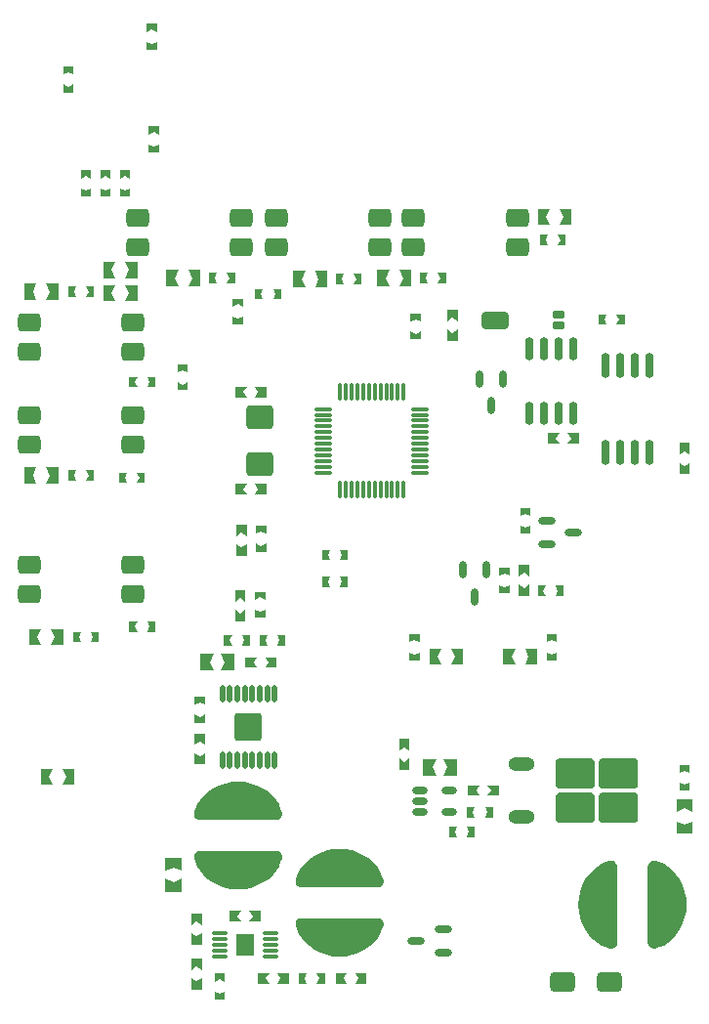
<source format=gtp>
G04*
G04 #@! TF.GenerationSoftware,Altium Limited,Altium Designer,19.1.9 (167)*
G04*
G04 Layer_Color=8421504*
%FSLAX24Y24*%
%MOIN*%
G70*
G01*
G75*
G04:AMPARAMS|DCode=23|XSize=96.5mil|YSize=90.6mil|CornerRadius=9.1mil|HoleSize=0mil|Usage=FLASHONLY|Rotation=90.000|XOffset=0mil|YOffset=0mil|HoleType=Round|Shape=RoundedRectangle|*
%AMROUNDEDRECTD23*
21,1,0.0965,0.0724,0,0,90.0*
21,1,0.0783,0.0906,0,0,90.0*
1,1,0.0181,0.0362,0.0392*
1,1,0.0181,0.0362,-0.0392*
1,1,0.0181,-0.0362,-0.0392*
1,1,0.0181,-0.0362,0.0392*
%
%ADD23ROUNDEDRECTD23*%
%ADD24O,0.0281X0.0591*%
G04:AMPARAMS|DCode=25|XSize=90.6mil|YSize=82.7mil|CornerRadius=12.4mil|HoleSize=0mil|Usage=FLASHONLY|Rotation=0.000|XOffset=0mil|YOffset=0mil|HoleType=Round|Shape=RoundedRectangle|*
%AMROUNDEDRECTD25*
21,1,0.0906,0.0579,0,0,0.0*
21,1,0.0657,0.0827,0,0,0.0*
1,1,0.0248,0.0329,-0.0289*
1,1,0.0248,-0.0329,-0.0289*
1,1,0.0248,-0.0329,0.0289*
1,1,0.0248,0.0329,0.0289*
%
%ADD25ROUNDEDRECTD25*%
%ADD26O,0.0630X0.0118*%
%ADD27O,0.0118X0.0630*%
%ADD28O,0.0177X0.0591*%
%ADD29O,0.0591X0.0281*%
G04:AMPARAMS|DCode=30|XSize=86.6mil|YSize=68.9mil|CornerRadius=17.2mil|HoleSize=0mil|Usage=FLASHONLY|Rotation=0.000|XOffset=0mil|YOffset=0mil|HoleType=Round|Shape=RoundedRectangle|*
%AMROUNDEDRECTD30*
21,1,0.0866,0.0344,0,0,0.0*
21,1,0.0522,0.0689,0,0,0.0*
1,1,0.0344,0.0261,-0.0172*
1,1,0.0344,-0.0261,-0.0172*
1,1,0.0344,-0.0261,0.0172*
1,1,0.0344,0.0261,0.0172*
%
%ADD30ROUNDEDRECTD30*%
%ADD31O,0.0295X0.0800*%
G04:AMPARAMS|DCode=32|XSize=94.5mil|YSize=59.1mil|CornerRadius=14.8mil|HoleSize=0mil|Usage=FLASHONLY|Rotation=180.000|XOffset=0mil|YOffset=0mil|HoleType=Round|Shape=RoundedRectangle|*
%AMROUNDEDRECTD32*
21,1,0.0945,0.0295,0,0,180.0*
21,1,0.0650,0.0591,0,0,180.0*
1,1,0.0295,-0.0325,0.0148*
1,1,0.0295,0.0325,0.0148*
1,1,0.0295,0.0325,-0.0148*
1,1,0.0295,-0.0325,-0.0148*
%
%ADD32ROUNDEDRECTD32*%
G04:AMPARAMS|DCode=33|XSize=43.3mil|YSize=23.6mil|CornerRadius=5.9mil|HoleSize=0mil|Usage=FLASHONLY|Rotation=180.000|XOffset=0mil|YOffset=0mil|HoleType=Round|Shape=RoundedRectangle|*
%AMROUNDEDRECTD33*
21,1,0.0433,0.0118,0,0,180.0*
21,1,0.0315,0.0236,0,0,180.0*
1,1,0.0118,-0.0157,0.0059*
1,1,0.0118,0.0157,0.0059*
1,1,0.0118,0.0157,-0.0059*
1,1,0.0118,-0.0157,-0.0059*
%
%ADD33ROUNDEDRECTD33*%
%ADD34O,0.0531X0.0236*%
%ADD35O,0.0571X0.0118*%
%ADD36R,0.0610X0.0728*%
G04:AMPARAMS|DCode=37|XSize=78.7mil|YSize=63mil|CornerRadius=15.7mil|HoleSize=0mil|Usage=FLASHONLY|Rotation=180.000|XOffset=0mil|YOffset=0mil|HoleType=Round|Shape=RoundedRectangle|*
%AMROUNDEDRECTD37*
21,1,0.0787,0.0315,0,0,180.0*
21,1,0.0472,0.0630,0,0,180.0*
1,1,0.0315,-0.0236,0.0157*
1,1,0.0315,0.0236,0.0157*
1,1,0.0315,0.0236,-0.0157*
1,1,0.0315,-0.0236,-0.0157*
%
%ADD37ROUNDEDRECTD37*%
%ADD38O,0.0295X0.0850*%
%ADD39O,0.0906X0.0454*%
G36*
X29429Y40718D02*
X29252Y40797D01*
X29075Y40718D01*
Y40994D01*
X29429D01*
Y40718D01*
D02*
G37*
G36*
Y40108D02*
X29075D01*
Y40384D01*
X29252Y40305D01*
X29429Y40384D01*
Y40108D01*
D02*
G37*
G36*
X26594Y39262D02*
X26417Y39340D01*
X26240Y39262D01*
Y39537D01*
X26594D01*
Y39262D01*
D02*
G37*
G36*
Y38652D02*
X26240D01*
Y38927D01*
X26417Y38848D01*
X26594Y38927D01*
Y38652D01*
D02*
G37*
G36*
X29508Y37224D02*
X29331Y37303D01*
X29154Y37224D01*
Y37500D01*
X29508D01*
Y37224D01*
D02*
G37*
G36*
Y36614D02*
X29154D01*
Y36890D01*
X29331Y36811D01*
X29508Y36890D01*
Y36614D01*
D02*
G37*
G36*
X27854Y35719D02*
X27677Y35797D01*
X27500Y35719D01*
Y35994D01*
X27854D01*
Y35719D01*
D02*
G37*
G36*
X27185D02*
X27008Y35797D01*
X26831Y35719D01*
Y35994D01*
X27185D01*
Y35719D01*
D02*
G37*
G36*
X28524Y35719D02*
X28346Y35797D01*
X28169Y35719D01*
Y35994D01*
X28524D01*
Y35719D01*
D02*
G37*
G36*
X27854Y35109D02*
X27500D01*
Y35384D01*
X27677Y35305D01*
X27854Y35384D01*
Y35109D01*
D02*
G37*
G36*
X27185D02*
X26831D01*
Y35384D01*
X27008Y35305D01*
X27185Y35384D01*
Y35109D01*
D02*
G37*
G36*
X28524Y35108D02*
X28169D01*
Y35384D01*
X28346Y35305D01*
X28524Y35384D01*
Y35108D01*
D02*
G37*
G36*
X43593Y34134D02*
X43179D01*
X43307Y34409D01*
X43179Y34685D01*
X43593D01*
Y34134D01*
D02*
G37*
G36*
X42717Y34409D02*
X42844Y34134D01*
X42431D01*
Y34685D01*
X42844D01*
X42717Y34409D01*
D02*
G37*
G36*
X43395Y33445D02*
X43120D01*
X43199Y33622D01*
X43120Y33799D01*
X43395D01*
Y33445D01*
D02*
G37*
G36*
X42707Y33622D02*
X42785Y33445D01*
X42510D01*
Y33799D01*
X42785D01*
X42707Y33622D01*
D02*
G37*
G36*
X28770Y32323D02*
X28356D01*
X28484Y32598D01*
X28356Y32874D01*
X28770D01*
Y32323D01*
D02*
G37*
G36*
X27894Y32598D02*
X28022Y32323D01*
X27608D01*
Y32874D01*
X28022D01*
X27894Y32598D01*
D02*
G37*
G36*
X39301Y32146D02*
X39025D01*
X39104Y32323D01*
X39025Y32500D01*
X39301D01*
Y32146D01*
D02*
G37*
G36*
X38612Y32323D02*
X38691Y32146D01*
X38415D01*
Y32500D01*
X38691D01*
X38612Y32323D01*
D02*
G37*
G36*
X32096Y32146D02*
X31821D01*
X31899Y32323D01*
X31821Y32500D01*
X32096D01*
Y32146D01*
D02*
G37*
G36*
X31407Y32323D02*
X31486Y32146D01*
X31211D01*
Y32500D01*
X31486D01*
X31407Y32323D01*
D02*
G37*
G36*
X36427Y32106D02*
X36151D01*
X36230Y32283D01*
X36151Y32461D01*
X36427D01*
Y32106D01*
D02*
G37*
G36*
X35738Y32283D02*
X35817Y32106D01*
X35541D01*
Y32461D01*
X35817D01*
X35738Y32283D01*
D02*
G37*
G36*
X38120Y32047D02*
X37707D01*
X37835Y32323D01*
X37707Y32598D01*
X38120D01*
Y32047D01*
D02*
G37*
G36*
X37244Y32323D02*
X37372Y32047D01*
X36959D01*
Y32598D01*
X37372D01*
X37244Y32323D01*
D02*
G37*
G36*
X30915Y32047D02*
X30502D01*
X30630Y32323D01*
X30502Y32598D01*
X30915D01*
Y32047D01*
D02*
G37*
G36*
X30039Y32323D02*
X30167Y32047D01*
X29754D01*
Y32598D01*
X30167D01*
X30039Y32323D01*
D02*
G37*
G36*
X35246Y32008D02*
X34833D01*
X34961Y32283D01*
X34833Y32559D01*
X35246D01*
Y32008D01*
D02*
G37*
G36*
X34370Y32283D02*
X34498Y32008D01*
X34085D01*
Y32559D01*
X34498D01*
X34370Y32283D01*
D02*
G37*
G36*
X27293Y31673D02*
X27017D01*
X27096Y31850D01*
X27017Y32028D01*
X27293D01*
Y31673D01*
D02*
G37*
G36*
X26604Y31850D02*
X26683Y31673D01*
X26407D01*
Y32028D01*
X26683D01*
X26604Y31850D01*
D02*
G37*
G36*
X33671Y31594D02*
X33396D01*
X33474Y31772D01*
X33396Y31949D01*
X33671D01*
Y31594D01*
D02*
G37*
G36*
X32983Y31772D02*
X33061Y31594D01*
X32786D01*
Y31949D01*
X33061D01*
X32983Y31772D01*
D02*
G37*
G36*
X26073Y31575D02*
X25659D01*
X25787Y31850D01*
X25659Y32126D01*
X26073D01*
Y31575D01*
D02*
G37*
G36*
X25197Y31850D02*
X25325Y31575D01*
X24911D01*
Y32126D01*
X25325D01*
X25197Y31850D01*
D02*
G37*
G36*
X28770Y31535D02*
X28356D01*
X28484Y31811D01*
X28356Y32087D01*
X28770D01*
Y31535D01*
D02*
G37*
G36*
X27894Y31811D02*
X28022Y31535D01*
X27608D01*
Y32087D01*
X28022D01*
X27894Y31811D01*
D02*
G37*
G36*
X32382Y31348D02*
X32205Y31427D01*
X32028Y31348D01*
Y31624D01*
X32382D01*
Y31348D01*
D02*
G37*
G36*
Y30738D02*
X32028D01*
Y31014D01*
X32205Y30935D01*
X32382Y31014D01*
Y30738D01*
D02*
G37*
G36*
X39705Y30846D02*
X39528Y30965D01*
X39350Y30846D01*
Y31240D01*
X39705D01*
Y30846D01*
D02*
G37*
G36*
X38445Y30836D02*
X38268Y30915D01*
X38091Y30836D01*
Y31112D01*
X38445D01*
Y30836D01*
D02*
G37*
G36*
X45404Y30728D02*
X45128D01*
X45207Y30906D01*
X45128Y31083D01*
X45404D01*
Y30728D01*
D02*
G37*
G36*
X44715Y30906D02*
X44794Y30728D01*
X44518D01*
Y31083D01*
X44794D01*
X44715Y30906D01*
D02*
G37*
G36*
X39705Y30177D02*
X39350D01*
Y30571D01*
X39528Y30453D01*
X39705Y30571D01*
Y30177D01*
D02*
G37*
G36*
X38445Y30226D02*
X38091D01*
Y30502D01*
X38268Y30423D01*
X38445Y30502D01*
Y30226D01*
D02*
G37*
G36*
X30492Y29104D02*
X30315Y29183D01*
X30138Y29104D01*
Y29380D01*
X30492D01*
Y29104D01*
D02*
G37*
G36*
Y28494D02*
X30138D01*
Y28770D01*
X30315Y28691D01*
X30492Y28770D01*
Y28494D01*
D02*
G37*
G36*
X29380Y28602D02*
X29104D01*
X29183Y28780D01*
X29104Y28957D01*
X29380D01*
Y28602D01*
D02*
G37*
G36*
X28691Y28780D02*
X28770Y28602D01*
X28494D01*
Y28957D01*
X28770D01*
X28691Y28780D01*
D02*
G37*
G36*
X33169Y28248D02*
X32776D01*
X32894Y28425D01*
X32776Y28602D01*
X33169D01*
Y28248D01*
D02*
G37*
G36*
X32382Y28425D02*
X32500Y28248D01*
X32106D01*
Y28602D01*
X32500D01*
X32382Y28425D01*
D02*
G37*
G36*
X43839Y26673D02*
X43445D01*
X43563Y26850D01*
X43445Y27028D01*
X43839D01*
Y26673D01*
D02*
G37*
G36*
X43051Y26850D02*
X43169Y26673D01*
X42776D01*
Y27028D01*
X43169D01*
X43051Y26850D01*
D02*
G37*
G36*
X47618Y26299D02*
X47441Y26417D01*
X47264Y26299D01*
Y26693D01*
X47618D01*
Y26299D01*
D02*
G37*
G36*
Y25630D02*
X47264D01*
Y26024D01*
X47441Y25906D01*
X47618Y26024D01*
Y25630D01*
D02*
G37*
G36*
X27293Y25413D02*
X27017D01*
X27096Y25591D01*
X27017Y25768D01*
X27293D01*
Y25413D01*
D02*
G37*
G36*
X26604Y25591D02*
X26683Y25413D01*
X26407D01*
Y25768D01*
X26683D01*
X26604Y25591D01*
D02*
G37*
G36*
X29026Y25335D02*
X28750D01*
X28829Y25512D01*
X28750Y25689D01*
X29026D01*
Y25335D01*
D02*
G37*
G36*
X28337Y25512D02*
X28416Y25335D01*
X28140D01*
Y25689D01*
X28416D01*
X28337Y25512D01*
D02*
G37*
G36*
X26073Y25315D02*
X25659D01*
X25787Y25591D01*
X25659Y25866D01*
X26073D01*
Y25315D01*
D02*
G37*
G36*
X25197Y25591D02*
X25325Y25315D01*
X24911D01*
Y25866D01*
X25325D01*
X25197Y25591D01*
D02*
G37*
G36*
X33169Y24941D02*
X32776D01*
X32894Y25118D01*
X32776Y25295D01*
X33169D01*
Y24941D01*
D02*
G37*
G36*
X32382Y25118D02*
X32500Y24941D01*
X32106D01*
Y25295D01*
X32500D01*
X32382Y25118D01*
D02*
G37*
G36*
X42187Y24210D02*
X42010Y24289D01*
X41833Y24210D01*
Y24486D01*
X42187D01*
Y24210D01*
D02*
G37*
G36*
Y23600D02*
X41833D01*
Y23876D01*
X42010Y23797D01*
X42187Y23876D01*
Y23600D01*
D02*
G37*
G36*
X33169Y23592D02*
X32992Y23671D01*
X32815Y23592D01*
Y23868D01*
X33169D01*
Y23592D01*
D02*
G37*
G36*
X32500Y23524D02*
X32323Y23642D01*
X32146Y23524D01*
Y23917D01*
X32500D01*
Y23524D01*
D02*
G37*
G36*
X33169Y22982D02*
X32815D01*
Y23258D01*
X32992Y23179D01*
X33169Y23258D01*
Y22982D01*
D02*
G37*
G36*
X32500Y22854D02*
X32146D01*
Y23248D01*
X32323Y23130D01*
X32500Y23248D01*
Y22854D01*
D02*
G37*
G36*
X35955Y22697D02*
X35679D01*
X35758Y22874D01*
X35679Y23051D01*
X35955D01*
Y22697D01*
D02*
G37*
G36*
X35266Y22874D02*
X35345Y22697D01*
X35069D01*
Y23051D01*
X35345D01*
X35266Y22874D01*
D02*
G37*
G36*
X41476Y22175D02*
X41299Y22254D01*
X41122Y22175D01*
Y22451D01*
X41476D01*
Y22175D01*
D02*
G37*
G36*
X42146Y22146D02*
X41968Y22264D01*
X41791Y22146D01*
Y22539D01*
X42146D01*
Y22146D01*
D02*
G37*
G36*
X35955Y21791D02*
X35679D01*
X35758Y21969D01*
X35679Y22146D01*
X35955D01*
Y21791D01*
D02*
G37*
G36*
X35266Y21969D02*
X35345Y21791D01*
X35069D01*
Y22146D01*
X35345D01*
X35266Y21969D01*
D02*
G37*
G36*
X41476Y21565D02*
X41122D01*
Y21841D01*
X41299Y21762D01*
X41476Y21841D01*
Y21565D01*
D02*
G37*
G36*
X42146Y21476D02*
X41791D01*
Y21870D01*
X41968Y21752D01*
X42146Y21870D01*
Y21476D01*
D02*
G37*
G36*
X43317Y21476D02*
X43041D01*
X43120Y21654D01*
X43041Y21831D01*
X43317D01*
Y21476D01*
D02*
G37*
G36*
X42628Y21654D02*
X42707Y21476D01*
X42431D01*
Y21831D01*
X42707D01*
X42628Y21654D01*
D02*
G37*
G36*
X33130Y21348D02*
X32953Y21427D01*
X32776Y21348D01*
Y21624D01*
X33130D01*
Y21348D01*
D02*
G37*
G36*
X32461Y21280D02*
X32283Y21398D01*
X32106Y21280D01*
Y21673D01*
X32461D01*
Y21280D01*
D02*
G37*
G36*
X33130Y20738D02*
X32776D01*
Y21014D01*
X32953Y20935D01*
X33130Y21014D01*
Y20738D01*
D02*
G37*
G36*
X32461Y20610D02*
X32106D01*
Y21004D01*
X32283Y20886D01*
X32461Y21004D01*
Y20610D01*
D02*
G37*
G36*
X29380Y20256D02*
X29104D01*
X29183Y20433D01*
X29104Y20610D01*
X29380D01*
Y20256D01*
D02*
G37*
G36*
X28691Y20433D02*
X28770Y20256D01*
X28494D01*
Y20610D01*
X28770D01*
X28691Y20433D01*
D02*
G37*
G36*
X27451Y19902D02*
X27175D01*
X27254Y20079D01*
X27175Y20256D01*
X27451D01*
Y19902D01*
D02*
G37*
G36*
X26762Y20079D02*
X26841Y19902D01*
X26565D01*
Y20256D01*
X26841D01*
X26762Y20079D01*
D02*
G37*
G36*
X43091Y19892D02*
X42913Y19970D01*
X42736Y19892D01*
Y20167D01*
X43091D01*
Y19892D01*
D02*
G37*
G36*
X38406D02*
X38228Y19970D01*
X38051Y19892D01*
Y20167D01*
X38406D01*
Y19892D01*
D02*
G37*
G36*
X26230Y19803D02*
X25817D01*
X25945Y20079D01*
X25817Y20354D01*
X26230D01*
Y19803D01*
D02*
G37*
G36*
X25354Y20079D02*
X25482Y19803D01*
X25069D01*
Y20354D01*
X25482D01*
X25354Y20079D01*
D02*
G37*
G36*
X33819Y19783D02*
X33543D01*
X33622Y19961D01*
X33543Y20138D01*
X33819D01*
Y19783D01*
D02*
G37*
G36*
X33130Y19961D02*
X33209Y19783D01*
X32933D01*
Y20138D01*
X33209D01*
X33130Y19961D01*
D02*
G37*
G36*
X32608Y19783D02*
X32333D01*
X32411Y19961D01*
X32333Y20138D01*
X32608D01*
Y19783D01*
D02*
G37*
G36*
X31920Y19961D02*
X31998Y19783D01*
X31723D01*
Y20138D01*
X31998D01*
X31920Y19961D01*
D02*
G37*
G36*
X43091Y19282D02*
X42736D01*
Y19557D01*
X42913Y19478D01*
X43091Y19557D01*
Y19282D01*
D02*
G37*
G36*
X38406D02*
X38051D01*
Y19557D01*
X38228Y19478D01*
X38406Y19557D01*
Y19282D01*
D02*
G37*
G36*
X39892Y19134D02*
X39478D01*
X39606Y19410D01*
X39478Y19685D01*
X39892D01*
Y19134D01*
D02*
G37*
G36*
X39016Y19410D02*
X39144Y19134D01*
X38730D01*
Y19685D01*
X39144D01*
X39016Y19410D01*
D02*
G37*
G36*
X42411Y19134D02*
X41998D01*
X42126Y19409D01*
X41998Y19685D01*
X42411D01*
Y19134D01*
D02*
G37*
G36*
X41535Y19409D02*
X41663Y19134D01*
X41250D01*
Y19685D01*
X41663D01*
X41535Y19409D01*
D02*
G37*
G36*
X33524Y19035D02*
X33130D01*
X33248Y19213D01*
X33130Y19390D01*
X33524D01*
Y19035D01*
D02*
G37*
G36*
X32736Y19213D02*
X32854Y19035D01*
X32461D01*
Y19390D01*
X32854D01*
X32736Y19213D01*
D02*
G37*
G36*
X32077Y18927D02*
X31624D01*
X31752Y19213D01*
X31624Y19498D01*
X32077D01*
Y18927D01*
D02*
G37*
G36*
X31240Y19213D02*
X31368Y18927D01*
X30915D01*
Y19498D01*
X31368D01*
X31240Y19213D01*
D02*
G37*
G36*
X31083Y17766D02*
X30906Y17844D01*
X30728Y17766D01*
Y18041D01*
X31083D01*
Y17766D01*
D02*
G37*
G36*
Y17156D02*
X30728D01*
Y17431D01*
X30906Y17352D01*
X31083Y17431D01*
Y17156D01*
D02*
G37*
G36*
Y16398D02*
X30906Y16516D01*
X30728Y16398D01*
Y16791D01*
X31083D01*
Y16398D01*
D02*
G37*
G36*
X38051Y16201D02*
X37874Y16319D01*
X37697Y16201D01*
Y16594D01*
X38051D01*
Y16201D01*
D02*
G37*
G36*
X31083Y15728D02*
X30728D01*
Y16122D01*
X30906Y16004D01*
X31083Y16122D01*
Y15728D01*
D02*
G37*
G36*
X45799Y15919D02*
X45830Y15888D01*
X45846Y15848D01*
X45846Y15826D01*
X45846Y15826D01*
X45846Y15029D01*
X45846Y15007D01*
X45829Y14967D01*
X45797Y14937D01*
X45757Y14921D01*
X45735Y14921D01*
X45735Y14921D01*
X44635Y14921D01*
X44613Y14922D01*
X44573Y14939D01*
X44543Y14970D01*
X44527Y15011D01*
X44527Y15032D01*
X44527Y15827D01*
Y15837D01*
X44531Y15858D01*
X44539Y15877D01*
X44551Y15895D01*
X44558Y15902D01*
X44558Y15902D01*
X44566Y15910D01*
X44585Y15922D01*
X44605Y15931D01*
X44627Y15935D01*
X44638Y15935D01*
X44638Y15935D01*
X45737Y15935D01*
X45759Y15935D01*
X45799Y15919D01*
D02*
G37*
G36*
X44323D02*
X44353Y15888D01*
X44370Y15848D01*
X44370Y15826D01*
X44370Y15826D01*
X44370Y15029D01*
X44370Y15007D01*
X44352Y14967D01*
X44321Y14937D01*
X44281Y14921D01*
X44259Y14921D01*
X44259Y14921D01*
X43159Y14921D01*
X43137Y14922D01*
X43097Y14939D01*
X43067Y14970D01*
X43051Y15011D01*
X43051Y15032D01*
X43051Y15827D01*
Y15837D01*
X43055Y15858D01*
X43063Y15877D01*
X43075Y15895D01*
X43082Y15902D01*
X43082Y15902D01*
X43090Y15910D01*
X43109Y15922D01*
X43129Y15931D01*
X43151Y15935D01*
X43162Y15935D01*
X43162Y15935D01*
X44261Y15935D01*
X44283Y15935D01*
X44323Y15919D01*
D02*
G37*
G36*
X38051Y15532D02*
X37697D01*
Y15925D01*
X37874Y15807D01*
X38051Y15925D01*
Y15532D01*
D02*
G37*
G36*
X47618Y15443D02*
X47441Y15521D01*
X47264Y15443D01*
Y15718D01*
X47618D01*
Y15443D01*
D02*
G37*
G36*
X39675Y15344D02*
X39222D01*
X39350Y15630D01*
X39222Y15915D01*
X39675D01*
Y15344D01*
D02*
G37*
G36*
X38839Y15630D02*
X38967Y15344D01*
X38514D01*
Y15915D01*
X38967D01*
X38839Y15630D01*
D02*
G37*
G36*
X26624Y15039D02*
X26211D01*
X26339Y15315D01*
X26211Y15591D01*
X26624D01*
Y15039D01*
D02*
G37*
G36*
X25748Y15315D02*
X25876Y15039D01*
X25463D01*
Y15591D01*
X25876D01*
X25748Y15315D01*
D02*
G37*
G36*
X47618Y14833D02*
X47264D01*
Y15108D01*
X47441Y15030D01*
X47618Y15108D01*
Y14833D01*
D02*
G37*
G36*
X45799Y14748D02*
X45830Y14717D01*
X45846Y14677D01*
X45846Y14656D01*
X45846Y14656D01*
X45846Y13859D01*
X45846Y13837D01*
X45829Y13797D01*
X45797Y13766D01*
X45757Y13750D01*
X45735Y13751D01*
X45735Y13751D01*
X44635Y13751D01*
X44613Y13751D01*
X44573Y13768D01*
X44543Y13800D01*
X44527Y13840D01*
X44527Y13862D01*
X44527Y14656D01*
Y14667D01*
X44531Y14687D01*
X44539Y14707D01*
X44551Y14724D01*
X44558Y14731D01*
X44558Y14731D01*
X44566Y14739D01*
X44585Y14752D01*
X44605Y14760D01*
X44627Y14764D01*
X44638Y14764D01*
X44638Y14764D01*
X45737Y14764D01*
X45759Y14764D01*
X45799Y14748D01*
D02*
G37*
G36*
X41122Y14665D02*
X40728D01*
X40846Y14843D01*
X40728Y15020D01*
X41122D01*
Y14665D01*
D02*
G37*
G36*
X40335Y14843D02*
X40453Y14665D01*
X40059D01*
Y15020D01*
X40453D01*
X40335Y14843D01*
D02*
G37*
G36*
X47717Y14124D02*
X47441Y14252D01*
X47165Y14124D01*
Y14537D01*
X47717D01*
Y14124D01*
D02*
G37*
G36*
X40905Y13917D02*
X40630D01*
X40708Y14094D01*
X40630Y14272D01*
X40905D01*
Y13917D01*
D02*
G37*
G36*
X40217Y14094D02*
X40295Y13917D01*
X40020D01*
Y14272D01*
X40295D01*
X40217Y14094D01*
D02*
G37*
G36*
X32427Y15135D02*
X32645Y15090D01*
X32856Y15018D01*
X33055Y14917D01*
X33239Y14792D01*
X33405Y14643D01*
X33407Y14640D01*
X33512Y14514D01*
X33596Y14372D01*
X33658Y14220D01*
X33700Y14085D01*
X33708Y14013D01*
X33689Y13942D01*
X33646Y13882D01*
X33584Y13843D01*
X33512Y13830D01*
X30906D01*
X30832Y13844D01*
X30768Y13884D01*
X30723Y13945D01*
X30703Y14018D01*
X30712Y14093D01*
X30753Y14223D01*
X30813Y14373D01*
X30897Y14513D01*
X31000Y14638D01*
X31005Y14643D01*
X31171Y14792D01*
X31354Y14917D01*
X31553Y15018D01*
X31764Y15090D01*
X31982Y15135D01*
X32205Y15150D01*
X32427Y15135D01*
D02*
G37*
G36*
X43162Y14764D02*
X44262D01*
X44284Y14764D01*
X44324Y14747D01*
X44354Y14715D01*
X44370Y14675D01*
X44370Y14653D01*
X44370Y14653D01*
X44370Y13859D01*
Y13848D01*
X44366Y13828D01*
X44358Y13808D01*
X44346Y13791D01*
X44339Y13783D01*
X44339Y13783D01*
X44331Y13776D01*
X44312Y13763D01*
X44292Y13755D01*
X44270Y13750D01*
X44259Y13750D01*
X44259Y13750D01*
X43159Y13750D01*
X43138Y13750D01*
X43098Y13767D01*
X43067Y13798D01*
X43051Y13837D01*
X43051Y13859D01*
X43051Y13859D01*
X43051Y14656D01*
X43051Y14678D01*
X43068Y14718D01*
X43100Y14748D01*
X43140Y14764D01*
X43162Y14764D01*
D02*
G37*
G36*
X47717Y13376D02*
X47165D01*
Y13789D01*
X47441Y13661D01*
X47717Y13789D01*
Y13376D01*
D02*
G37*
G36*
X40285Y13248D02*
X40010D01*
X40088Y13425D01*
X40010Y13602D01*
X40285D01*
Y13248D01*
D02*
G37*
G36*
X39596Y13425D02*
X39675Y13248D01*
X39400D01*
Y13602D01*
X39675D01*
X39596Y13425D01*
D02*
G37*
G36*
X30285Y12096D02*
X30000Y12224D01*
X29715Y12096D01*
Y12549D01*
X30285D01*
Y12096D01*
D02*
G37*
G36*
Y11388D02*
X29715D01*
Y11841D01*
X30000Y11713D01*
X30285Y11841D01*
Y11388D01*
D02*
G37*
G36*
X35892Y12838D02*
X36110Y12794D01*
X36321Y12721D01*
X36520Y12621D01*
X36703Y12495D01*
X36869Y12346D01*
X36871Y12344D01*
X36977Y12217D01*
X37061Y12076D01*
X37122Y11923D01*
X37164Y11789D01*
X37173Y11716D01*
X37154Y11645D01*
X37110Y11586D01*
X37048Y11547D01*
X36976Y11533D01*
X34370D01*
X34296Y11547D01*
X34232Y11587D01*
X34187Y11648D01*
X34168Y11721D01*
X34177Y11797D01*
X34217Y11926D01*
X34278Y12077D01*
X34361Y12217D01*
X34465Y12342D01*
X34469Y12346D01*
X34635Y12495D01*
X34819Y12621D01*
X35018Y12721D01*
X35229Y12794D01*
X35447Y12838D01*
X35669Y12853D01*
X35892Y12838D01*
D02*
G37*
G36*
X33578Y12771D02*
X33642Y12730D01*
X33687Y12669D01*
X33706Y12596D01*
X33697Y12521D01*
X33657Y12392D01*
X33596Y12241D01*
X33513Y12101D01*
X33409Y11976D01*
X33405Y11971D01*
X33239Y11822D01*
X33055Y11697D01*
X32856Y11597D01*
X32645Y11524D01*
X32427Y11479D01*
X32205Y11465D01*
X31982Y11479D01*
X31764Y11524D01*
X31553Y11597D01*
X31354Y11697D01*
X31171Y11822D01*
X31005Y11971D01*
X31003Y11974D01*
X30897Y12100D01*
X30813Y12242D01*
X30752Y12395D01*
X30710Y12529D01*
X30701Y12602D01*
X30720Y12673D01*
X30764Y12732D01*
X30826Y12771D01*
X30898Y12785D01*
X33504D01*
X33578Y12771D01*
D02*
G37*
G36*
X32972Y10374D02*
X32579D01*
X32697Y10551D01*
X32579Y10728D01*
X32972D01*
Y10374D01*
D02*
G37*
G36*
X32185Y10551D02*
X32303Y10374D01*
X31909D01*
Y10728D01*
X32303D01*
X32185Y10551D01*
D02*
G37*
G36*
X30965Y10256D02*
X30787Y10374D01*
X30610Y10256D01*
Y10650D01*
X30965D01*
Y10256D01*
D02*
G37*
G36*
Y9587D02*
X30610D01*
Y9980D01*
X30787Y9862D01*
X30965Y9980D01*
Y9587D01*
D02*
G37*
G36*
X45035Y12429D02*
X45094Y12386D01*
X45133Y12324D01*
X45147Y12252D01*
Y9646D01*
X45133Y9572D01*
X45092Y9508D01*
X45032Y9463D01*
X44958Y9444D01*
X44883Y9452D01*
X44754Y9493D01*
X44603Y9553D01*
X44463Y9637D01*
X44338Y9741D01*
X44334Y9745D01*
X44185Y9911D01*
X44059Y10095D01*
X43959Y10294D01*
X43886Y10504D01*
X43842Y10723D01*
X43827Y10945D01*
X43842Y11167D01*
X43886Y11386D01*
X43959Y11596D01*
X44059Y11795D01*
X44185Y11979D01*
X44334Y12145D01*
X44336Y12147D01*
X44463Y12252D01*
X44604Y12336D01*
X44757Y12398D01*
X44891Y12440D01*
X44964Y12448D01*
X45035Y12429D01*
D02*
G37*
G36*
X46455Y12437D02*
X46585Y12397D01*
X46736Y12336D01*
X46875Y12253D01*
X47000Y12149D01*
X47005Y12145D01*
X47154Y11979D01*
X47280Y11795D01*
X47380Y11596D01*
X47453Y11386D01*
X47497Y11167D01*
X47512Y10945D01*
X47497Y10723D01*
X47453Y10504D01*
X47380Y10294D01*
X47280Y10095D01*
X47154Y9911D01*
X47005Y9745D01*
X47003Y9743D01*
X46876Y9638D01*
X46735Y9553D01*
X46582Y9492D01*
X46448Y9450D01*
X46375Y9442D01*
X46304Y9460D01*
X46245Y9504D01*
X46205Y9566D01*
X46192Y9638D01*
Y12244D01*
X46206Y12318D01*
X46246Y12382D01*
X46307Y12427D01*
X46380Y12446D01*
X46455Y12437D01*
D02*
G37*
G36*
X37042Y10474D02*
X37106Y10434D01*
X37151Y10373D01*
X37171Y10300D01*
X37162Y10225D01*
X37121Y10095D01*
X37061Y9944D01*
X36977Y9805D01*
X36874Y9680D01*
X36869Y9675D01*
X36703Y9526D01*
X36520Y9400D01*
X36321Y9300D01*
X36110Y9227D01*
X35892Y9183D01*
X35669Y9168D01*
X35447Y9183D01*
X35229Y9227D01*
X35018Y9300D01*
X34819Y9400D01*
X34635Y9526D01*
X34469Y9675D01*
X34467Y9677D01*
X34362Y9804D01*
X34278Y9945D01*
X34216Y10098D01*
X34174Y10232D01*
X34166Y10305D01*
X34185Y10376D01*
X34228Y10435D01*
X34290Y10474D01*
X34362Y10488D01*
X36968D01*
X37042Y10474D01*
D02*
G37*
G36*
X30965Y8720D02*
X30787Y8839D01*
X30610Y8720D01*
Y9114D01*
X30965D01*
Y8720D01*
D02*
G37*
G36*
Y8051D02*
X30610D01*
Y8445D01*
X30787Y8327D01*
X30965Y8445D01*
Y8051D01*
D02*
G37*
G36*
X31752Y8317D02*
X31575Y8395D01*
X31398Y8317D01*
Y8592D01*
X31752D01*
Y8317D01*
D02*
G37*
G36*
X36594Y8248D02*
X36201D01*
X36319Y8425D01*
X36201Y8602D01*
X36594D01*
Y8248D01*
D02*
G37*
G36*
X35807Y8425D02*
X35925Y8248D01*
X35531D01*
Y8602D01*
X35925D01*
X35807Y8425D01*
D02*
G37*
G36*
X35167Y8248D02*
X34892D01*
X34970Y8425D01*
X34892Y8602D01*
X35167D01*
Y8248D01*
D02*
G37*
G36*
X34479Y8425D02*
X34557Y8248D01*
X34282D01*
Y8602D01*
X34557D01*
X34479Y8425D01*
D02*
G37*
G36*
X33937Y8248D02*
X33543D01*
X33661Y8425D01*
X33543Y8602D01*
X33937D01*
Y8248D01*
D02*
G37*
G36*
X33150Y8425D02*
X33268Y8248D01*
X32874D01*
Y8602D01*
X33268D01*
X33150Y8425D01*
D02*
G37*
G36*
X31752Y7707D02*
X31398D01*
Y7982D01*
X31575Y7904D01*
X31752Y7982D01*
Y7707D01*
D02*
G37*
D23*
X32559Y17008D02*
D03*
D24*
X39876Y22367D02*
D03*
X40676D02*
D03*
X40276Y21457D02*
D03*
X40840Y27973D02*
D03*
X40440Y28883D02*
D03*
X41240D02*
D03*
D25*
X32953Y27559D02*
D03*
Y25984D02*
D03*
D26*
X35118Y26673D02*
D03*
Y26870D02*
D03*
Y27067D02*
D03*
Y27264D02*
D03*
Y27461D02*
D03*
Y27657D02*
D03*
Y27854D02*
D03*
Y25689D02*
D03*
Y25886D02*
D03*
Y26083D02*
D03*
Y26280D02*
D03*
Y26476D02*
D03*
X38425Y26870D02*
D03*
Y26673D02*
D03*
Y27854D02*
D03*
Y27657D02*
D03*
Y27461D02*
D03*
Y27264D02*
D03*
Y27067D02*
D03*
Y26476D02*
D03*
Y26280D02*
D03*
Y26083D02*
D03*
Y25886D02*
D03*
Y25689D02*
D03*
D27*
X37657Y28425D02*
D03*
X37854D02*
D03*
Y25118D02*
D03*
X37657D02*
D03*
X35689Y28425D02*
D03*
X35886D02*
D03*
X36083D02*
D03*
X36280D02*
D03*
X36476D02*
D03*
X36673D02*
D03*
X36870D02*
D03*
X37067D02*
D03*
X37264D02*
D03*
X37461D02*
D03*
Y25118D02*
D03*
X37264D02*
D03*
X37067D02*
D03*
X36870D02*
D03*
X36673D02*
D03*
X36476D02*
D03*
X36280D02*
D03*
X36083D02*
D03*
X35886D02*
D03*
X35689D02*
D03*
D28*
X31663Y18150D02*
D03*
X31919D02*
D03*
X32175D02*
D03*
X32431D02*
D03*
X32687D02*
D03*
X32943D02*
D03*
X33199D02*
D03*
X33455D02*
D03*
Y15866D02*
D03*
X33199D02*
D03*
X32943D02*
D03*
X32687D02*
D03*
X32431D02*
D03*
X32175D02*
D03*
X31919D02*
D03*
X31663D02*
D03*
D29*
X39198Y9311D02*
D03*
Y10111D02*
D03*
X38288Y9711D02*
D03*
X43641Y23635D02*
D03*
X42731Y23235D02*
D03*
Y24035D02*
D03*
D30*
X44882Y8307D02*
D03*
X43268D02*
D03*
D31*
X43650Y29921D02*
D03*
X43150D02*
D03*
Y27721D02*
D03*
X43650D02*
D03*
X42150Y29921D02*
D03*
Y27721D02*
D03*
X42650Y29921D02*
D03*
Y27721D02*
D03*
D32*
X40965Y30886D02*
D03*
D33*
X43150Y30709D02*
D03*
Y31063D02*
D03*
D34*
X38425Y14094D02*
D03*
X39409D02*
D03*
X38425Y14843D02*
D03*
X39409D02*
D03*
X38425Y14468D02*
D03*
D35*
X31575Y9961D02*
D03*
Y9764D02*
D03*
Y9567D02*
D03*
Y9370D02*
D03*
Y9173D02*
D03*
X33307D02*
D03*
Y9370D02*
D03*
Y9567D02*
D03*
Y9764D02*
D03*
Y9961D02*
D03*
D36*
X32441Y9567D02*
D03*
D37*
X28622Y22547D02*
D03*
Y21547D02*
D03*
X25079Y22547D02*
D03*
Y21547D02*
D03*
X28622Y27626D02*
D03*
Y26626D02*
D03*
X25079Y27626D02*
D03*
Y26626D02*
D03*
X28622Y30815D02*
D03*
Y29815D02*
D03*
X25079Y30815D02*
D03*
Y29815D02*
D03*
X41732Y34358D02*
D03*
Y33358D02*
D03*
X38189Y34358D02*
D03*
Y33358D02*
D03*
X32323Y34358D02*
D03*
Y33358D02*
D03*
X28780Y34358D02*
D03*
Y33358D02*
D03*
X37047Y34358D02*
D03*
Y33358D02*
D03*
X33504Y34358D02*
D03*
Y33358D02*
D03*
D38*
X45260Y26381D02*
D03*
Y29331D02*
D03*
X46260Y26381D02*
D03*
X45760D02*
D03*
X44760D02*
D03*
X46260Y29331D02*
D03*
X45760D02*
D03*
X44760D02*
D03*
D39*
X41890Y13945D02*
D03*
Y15740D02*
D03*
M02*

</source>
